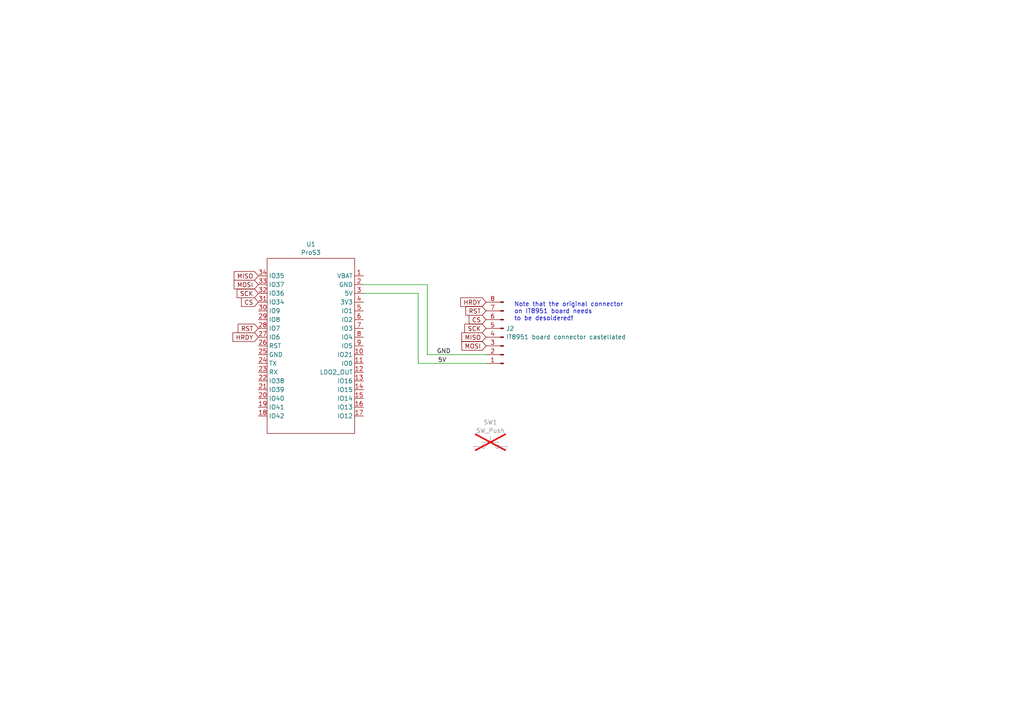
<source format=kicad_sch>
(kicad_sch (version 20231120) (generator "eeschema") (generator_version "8.0")
  (paper "A4")
  (lib_symbols
    (symbol "Connector:Conn_01x08_Pin" (pin_names (offset 1.016) hide)
      (property "Reference" "J" (at 0 10.16 0))
      (property "Value" "Conn_01x08_Pin" (at 0 -12.7 0))
      (symbol "Conn_01x08_Pin_1_1"
        (polyline (pts (xy 1.27 -10.16) (xy 0.8636 -10.16)) (stroke (width 0.1524)))
        (polyline (pts (xy 1.27 -7.62) (xy 0.8636 -7.62)) (stroke (width 0.1524)))
        (polyline (pts (xy 1.27 -5.08) (xy 0.8636 -5.08)) (stroke (width 0.1524)))
        (polyline (pts (xy 1.27 -2.54) (xy 0.8636 -2.54)) (stroke (width 0.1524)))
        (polyline (pts (xy 1.27 0) (xy 0.8636 0)) (stroke (width 0.1524)))
        (polyline (pts (xy 1.27 2.54) (xy 0.8636 2.54)) (stroke (width 0.1524)))
        (polyline (pts (xy 1.27 5.08) (xy 0.8636 5.08)) (stroke (width 0.1524)))
        (polyline (pts (xy 1.27 7.62) (xy 0.8636 7.62)) (stroke (width 0.1524)))
        (rectangle (start 0.8636 -10.033) (end 0 -10.287) (stroke (width 0.1524)) (fill (type outline)))
        (rectangle (start 0.8636 -7.493) (end 0 -7.747) (stroke (width 0.1524)) (fill (type outline)))
        (rectangle (start 0.8636 -4.953) (end 0 -5.207) (stroke (width 0.1524)) (fill (type outline)))
        (rectangle (start 0.8636 -2.413) (end 0 -2.667) (stroke (width 0.1524)) (fill (type outline)))
        (rectangle (start 0.8636 0.127) (end 0 -0.127) (stroke (width 0.1524)) (fill (type outline)))
        (rectangle (start 0.8636 2.667) (end 0 2.413) (stroke (width 0.1524)) (fill (type outline)))
        (rectangle (start 0.8636 5.207) (end 0 4.953) (stroke (width 0.1524)) (fill (type outline)))
        (rectangle (start 0.8636 7.747) (end 0 7.493) (stroke (width 0.1524)) (fill (type outline)))
        (pin passive line (at 5.08 7.62 180) (length 3.81) (name "Pin_1") (number "1"))
        (pin passive line (at 5.08 5.08 180) (length 3.81) (name "Pin_2") (number "2"))
        (pin passive line (at 5.08 2.54 180) (length 3.81) (name "Pin_3") (number "3"))
        (pin passive line (at 5.08 0 180) (length 3.81) (name "Pin_4") (number "4"))
        (pin passive line (at 5.08 -2.54 180) (length 3.81) (name "Pin_5") (number "5"))
        (pin passive line (at 5.08 -5.08 180) (length 3.81) (name "Pin_6") (number "6"))
        (pin passive line (at 5.08 -7.62 180) (length 3.81) (name "Pin_7") (number "7"))
        (pin passive line (at 5.08 -10.16 180) (length 3.81) (name "Pin_8") (number "8"))
      )
    )
    (symbol "ProS3:ProS3"
      (property "Reference" "U" (at 0 -28.956 0))
      (property "Value" "ProS3" (at -0.508 27.178 0))
      (symbol "ProS3_0_1"
        (rectangle (start -12.7 25.4) (end 12.7 -25.4) (stroke (width 0.1524)))
      )
      (symbol "ProS3_1_1"
        (pin power_in line (at 15.24 20.32 180) (length 2.54) (name "VBAT") (number "1"))
        (pin bidirectional line (at 15.24 -2.54 180) (length 2.54) (name "IO21") (number "10"))
        (pin bidirectional line (at 15.24 -5.08 180) (length 2.54) (name "IO0") (number "11"))
        (pin power_out line (at 15.24 -7.62 180) (length 2.54) (name "LDO2_OUT") (number "12"))
        (pin bidirectional line (at 15.24 -10.16 180) (length 2.54) (name "IO16") (number "13"))
        (pin bidirectional line (at 15.24 -12.7 180) (length 2.54) (name "IO15") (number "14"))
        (pin bidirectional line (at 15.24 -15.24 180) (length 2.54) (name "IO14") (number "15"))
        (pin bidirectional line (at 15.24 -17.78 180) (length 2.54) (name "IO13") (number "16"))
        (pin bidirectional line (at 15.24 -20.32 180) (length 2.54) (name "IO12") (number "17"))
        (pin bidirectional line (at -15.24 -20.32 0) (length 2.54) (name "IO42") (number "18"))
        (pin bidirectional line (at -15.24 -17.78 0) (length 2.54) (name "IO41") (number "19"))
        (pin power_in line (at 15.24 17.78 180) (length 2.54) (name "GND") (number "2"))
        (pin bidirectional line (at -15.24 -15.24 0) (length 2.54) (name "IO40") (number "20"))
        (pin bidirectional line (at -15.24 -12.7 0) (length 2.54) (name "IO39") (number "21"))
        (pin bidirectional line (at -15.24 -10.16 0) (length 2.54) (name "IO38") (number "22"))
        (pin bidirectional line (at -15.24 -7.62 0) (length 2.54) (name "RX") (number "23"))
        (pin bidirectional line (at -15.24 -5.08 0) (length 2.54) (name "TX") (number "24"))
        (pin power_in line (at -15.24 -2.54 0) (length 2.54) (name "GND") (number "25"))
        (pin input line (at -15.24 0 0) (length 2.54) (name "RST") (number "26"))
        (pin bidirectional line (at -15.24 2.54 0) (length 2.54) (name "IO6") (number "27"))
        (pin bidirectional line (at -15.24 5.08 0) (length 2.54) (name "IO7") (number "28"))
        (pin bidirectional line (at -15.24 7.62 0) (length 2.54) (name "IO8") (number "29"))
        (pin power_in line (at 15.24 15.24 180) (length 2.54) (name "5V") (number "3"))
        (pin bidirectional line (at -15.24 10.16 0) (length 2.54) (name "IO9") (number "30"))
        (pin bidirectional line (at -15.24 12.7 0) (length 2.54) (name "IO34") (number "31"))
        (pin bidirectional line (at -15.24 15.24 0) (length 2.54) (name "IO36") (number "32"))
        (pin bidirectional line (at -15.24 17.78 0) (length 2.54) (name "IO37") (number "33"))
        (pin bidirectional line (at -15.24 20.32 0) (length 2.54) (name "IO35") (number "34"))
        (pin power_in line (at 15.24 12.7 180) (length 2.54) (name "3V3") (number "4"))
        (pin bidirectional line (at 15.24 10.16 180) (length 2.54) (name "IO1") (number "5"))
        (pin bidirectional line (at 15.24 7.62 180) (length 2.54) (name "IO2") (number "6"))
        (pin bidirectional line (at 15.24 5.08 180) (length 2.54) (name "IO3") (number "7"))
        (pin bidirectional line (at 15.24 2.54 180) (length 2.54) (name "IO4") (number "8"))
        (pin bidirectional line (at 15.24 0 180) (length 2.54) (name "IO5") (number "9"))
      )
    )
    (symbol "Switch:SW_Push" (pin_numbers hide) (pin_names (offset 1.016) hide)
      (property "Reference" "SW" (at 1.27 2.54 0))
      (property "Value" "SW_Push" (at 0 -1.524 0))
      (symbol "SW_Push_0_1"
        (circle (center -2.032 0) (radius 0.508))
        (polyline (pts (xy 0 1.27) (xy 0 3.048)))
        (polyline (pts (xy 2.54 1.27) (xy -2.54 1.27)))
        (circle (center 2.032 0) (radius 0.508))
        (pin passive line (at -5.08 0 0) (length 2.54) (name "1") (number "1"))
        (pin passive line (at 5.08 0 180) (length 2.54) (name "2") (number "2"))
      )
    )
  )
  (wire (pts (xy 123.9275 82.55) (xy 123.9275 102.87)))
  (wire (pts (xy 121.3059 105.41) (xy 121.3059 85.09)))
  (wire (pts (xy 105.41 85.09) (xy 121.3059 85.09)))
  (wire (pts (xy 105.41 82.55) (xy 123.9275 82.55)))
  (wire (pts (xy 140.97 105.41) (xy 121.3059 105.41)))
  (wire (pts (xy 123.9275 102.87) (xy 140.97 102.87)))
  (text "Note that the original connector \non IT8951 board needs\nto be desoldered!" (at 149.098 90.424 0) (effects (font (size 1.27 1.27)) (justify left)))
  (label "GND" (at 126.6657 102.87 0))
  (label "5V" (at 127 105.41 0))
  (global_label "MOSI" (shape input) (at 74.93 82.55 180) (property "Intersheetrefs" "${INTERSHEET_REFS}" (effects (hide yes))))
  (global_label "HRDY" (shape input) (at 74.93 97.79 180) (property "Intersheetrefs" "${INTERSHEET_REFS}" (effects (hide yes))))
  (global_label "MISO" (shape input) (at 140.97 97.79 180) (property "Intersheetrefs" "${INTERSHEET_REFS}" (effects (hide yes))))
  (global_label "SCK" (shape input) (at 140.97 95.25 180) (property "Intersheetrefs" "${INTERSHEET_REFS}" (effects (hide yes))))
  (global_label "MISO" (shape input) (at 74.93 80.01 180) (property "Intersheetrefs" "${INTERSHEET_REFS}" (effects (hide yes))))
  (global_label "HRDY" (shape input) (at 140.97 87.63 180) (property "Intersheetrefs" "${INTERSHEET_REFS}" (effects (hide yes))))
  (global_label "MOSI" (shape input) (at 140.97 100.33 180) (property "Intersheetrefs" "${INTERSHEET_REFS}" (effects (hide yes))))
  (global_label "CS" (shape input) (at 74.93 87.63 180) (property "Intersheetrefs" "${INTERSHEET_REFS}" (effects (hide yes))))
  (global_label "SCK" (shape input) (at 74.93 85.09 180) (property "Intersheetrefs" "${INTERSHEET_REFS}" (effects (hide yes))))
  (global_label "CS" (shape input) (at 140.97 92.71 180) (property "Intersheetrefs" "${INTERSHEET_REFS}" (effects (hide yes))))
  (global_label "RST" (shape input) (at 74.93 95.25 180) (property "Intersheetrefs" "${INTERSHEET_REFS}" (effects (hide yes))))
  (global_label "RST" (shape input) (at 140.97 90.17 180) (property "Intersheetrefs" "${INTERSHEET_REFS}" (effects (hide yes))))
  (symbol (lib_id "ProS3:ProS3") (at 90.17 100.33 0) (unit 1)
    (property "Reference" "U1" (at 90.17 70.8363 0))
    (property "Value" "ProS3" (at 90.17 73.2606 0))
    (property "Footprint" "project-footprints:ProS3_SMD" (effects (hide yes)))
  )
  (symbol (lib_id "Switch:SW_Push") (at 142.24 129.54 0) (unit 1) (dnp yes)
    (property "Reference" "SW1" (at 142.24 122.4745 0))
    (property "Value" "SW_Push" (at 142.24 124.8988 0))
    (property "Footprint" "Button_Switch_THT:SW_Tactile_SPST_Angled_PTS645Vx83-2LFS" (effects (hide yes)))
    (property "Datasheet" "506-2-1825027-0" (effects (hide yes)))
    (property "Description" "Push button switch, generic, two pins" (effects (hide yes)))
    (property "Mouser" "506-2-1825027-0" (effects (hide yes)))
  )
  (symbol (lib_id "Connector:Conn_01x08_Pin") (at 146.05 97.79 180) (unit 1)
    (property "Reference" "J2" (at 146.7612 95.3078 0) (effects (justify right)))
    (property "Value" "IT8951 board connector castellated" (at 146.7612 97.7321 0) (effects (justify right)))
    (property "Footprint" "project-footprints:IT8951-diver-castellated" (effects (hide yes)))
    (property "Description" "Generic connector, single row, 01x08, script generated" (effects (hide yes)))
  )
)
</source>
